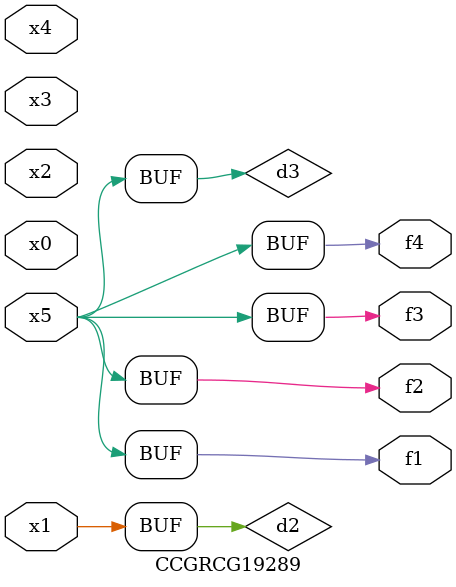
<source format=v>
module CCGRCG19289(
	input x0, x1, x2, x3, x4, x5,
	output f1, f2, f3, f4
);

	wire d1, d2, d3;

	not (d1, x5);
	or (d2, x1);
	xnor (d3, d1);
	assign f1 = d3;
	assign f2 = d3;
	assign f3 = d3;
	assign f4 = d3;
endmodule

</source>
